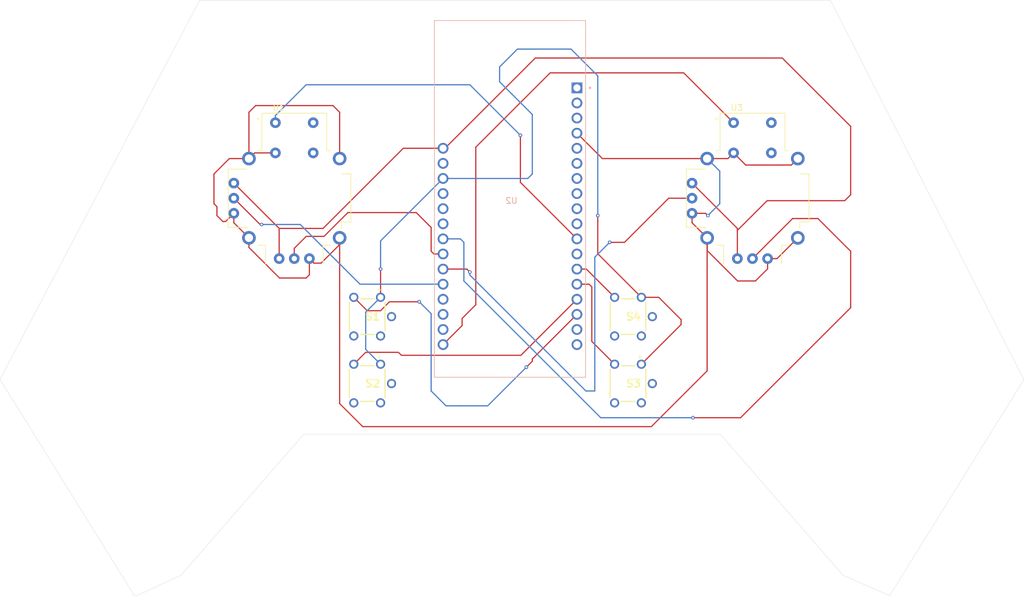
<source format=kicad_pcb>
(kicad_pcb (version 20241229) (generator "pcbnew") (generator_version "9.0")
  (layers (0 "F.Cu" signal) (2 "B.Cu" signal) (13 "F.Paste" user) (15 "B.Paste" user) (5 "F.SilkS" user "F.Silkscreen") (7 "B.SilkS" user "B.Silkscreen") (1 "F.Mask" user) (3 "B.Mask" user) (25 "Edge.Cuts" user))
  (net 0 "")
  (net 9 "Net-(S1-COM_1)")
  (net 12 "B1")
  (net 23 "B2")
  (net 32 "B3")
  (net 33 "B4")
  (net 37 "Net-(U1-H-)")
  (net 38 "Net-(U1-SEL+)")
  (net 39 "V1")
  (net 40 "Net-(U1-H+)")
  (net 41 "H1")
  (net 42 "V2")
  (net 43 "H2")
  (net 44 "Net-(U2-D10)")
  (footprint "Switches:FSM11JH" (layer "F.Cu") (at 134 112)
    (property "Reference" "S2" (at -1.33 3.25 0) (layer "F.SilkS") (effects (font (size 1.27 1.27) (thickness 0.254))))
    (property "Value" "FSM11JH" (hide yes))
    (fp_line (start -5.245 0.85) (end -5.245 5.65) (stroke (width 0.2)) (layer "F.SilkS"))
    (fp_line (start -3.42 0.255) (end -1.02 0.25) (stroke (width 0.2)) (layer "F.SilkS"))
    (fp_line (start -3.42 6.25) (end -1.02 6.25) (stroke (width 0.2)) (layer "F.SilkS"))
    (fp_line (start -0.3 -1.25) (end -0.3 -1.25) (stroke (width 0.2)) (layer "F.SilkS"))
    (fp_line (start -0.1 -1.25) (end -0.1 -1.25) (stroke (width 0.2)) (layer "F.SilkS"))
    (fp_line (start 0.745 0.85) (end 0.745 5.65) (stroke (width 0.2)) (layer "F.SilkS"))
    (fp_arc (start -0.3 -1.25) (mid -0.2 -1.35) (end -0.1 -1.25) (stroke (width 0.2)) (layer "F.SilkS"))
    (fp_arc (start -0.1 -1.25) (mid -0.2 -1.15) (end -0.3 -1.25) (stroke (width 0.2)) (layer "F.SilkS"))
    (pad "1" thru_hole circle (at 0 0) (size 1.54 1.54) (drill 0.99) (layers "*.Cu" "*.Mask") (net 9 "Net-(S1-COM_1)"))
    (pad "2" thru_hole circle (at 0 6.5) (size 1.54 1.54) (drill 0.99) (layers "*.Cu" "*.Mask"))
    (pad "3" thru_hole circle (at -4.5 0) (size 1.54 1.54) (drill 0.99) (layers "*.Cu" "*.Mask") (net 23 "B2"))
    (pad "4" thru_hole circle (at -4.5 6.5) (size 1.54 1.54) (drill 0.99) (layers "*.Cu" "*.Mask"))
    (pad "MH1" thru_hole circle (at 1.84 3.25) (size 1.54 1.54) (drill 0.99) (layers "*.Cu" "*.Mask"))
  )
  (footprint "Switches:FSM11JH" (layer "F.Cu") (at 134 100.75)
    (property "Reference" "S1" (at -1.33 3.25 0) (layer "F.SilkS") (effects (font (size 1.27 1.27) (thickness 0.254))))
    (property "Value" "FSM11JH" (hide yes))
    (fp_line (start -5.245 0.85) (end -5.245 5.65) (stroke (width 0.2)) (layer "F.SilkS"))
    (fp_line (start -3.42 0.255) (end -1.02 0.25) (stroke (width 0.2)) (layer "F.SilkS"))
    (fp_line (start -3.42 6.25) (end -1.02 6.25) (stroke (width 0.2)) (layer "F.SilkS"))
    (fp_line (start -0.3 -1.25) (end -0.3 -1.25) (stroke (width 0.2)) (layer "F.SilkS"))
    (fp_line (start -0.1 -1.25) (end -0.1 -1.25) (stroke (width 0.2)) (layer "F.SilkS"))
    (fp_line (start 0.745 0.85) (end 0.745 5.65) (stroke (width 0.2)) (layer "F.SilkS"))
    (fp_arc (start -0.3 -1.25) (mid -0.2 -1.35) (end -0.1 -1.25) (stroke (width 0.2)) (layer "F.SilkS"))
    (fp_arc (start -0.1 -1.25) (mid -0.2 -1.15) (end -0.3 -1.25) (stroke (width 0.2)) (layer "F.SilkS"))
    (pad "1" thru_hole circle (at 0 0) (size 1.54 1.54) (drill 0.99) (layers "*.Cu" "*.Mask") (net 9 "Net-(S1-COM_1)"))
    (pad "2" thru_hole circle (at 0 6.5) (size 1.54 1.54) (drill 0.99) (layers "*.Cu" "*.Mask"))
    (pad "3" thru_hole circle (at -4.5 0) (size 1.54 1.54) (drill 0.99) (layers "*.Cu" "*.Mask") (net 12 "B1"))
    (pad "4" thru_hole circle (at -4.5 6.5) (size 1.54 1.54) (drill 0.99) (layers "*.Cu" "*.Mask"))
    (pad "MH1" thru_hole circle (at 1.84 3.25) (size 1.54 1.54) (drill 0.99) (layers "*.Cu" "*.Mask"))
  )
  (footprint "Switches:FSM11JH" (layer "F.Cu") (at 177.83 112)
    (property "Reference" "S3" (at -1.33 3.25 0) (layer "F.SilkS") (effects (font (size 1.27 1.27) (thickness 0.254))))
    (property "Value" "FSM11JH" (hide yes))
    (fp_line (start -5.245 0.85) (end -5.245 5.65) (stroke (width 0.2)) (layer "F.SilkS"))
    (fp_line (start -3.42 0.255) (end -1.02 0.25) (stroke (width 0.2)) (layer "F.SilkS"))
    (fp_line (start -3.42 6.25) (end -1.02 6.25) (stroke (width 0.2)) (layer "F.SilkS"))
    (fp_line (start -0.3 -1.25) (end -0.3 -1.25) (stroke (width 0.2)) (layer "F.SilkS"))
    (fp_line (start -0.1 -1.25) (end -0.1 -1.25) (stroke (width 0.2)) (layer "F.SilkS"))
    (fp_line (start 0.745 0.85) (end 0.745 5.65) (stroke (width 0.2)) (layer "F.SilkS"))
    (fp_arc (start -0.3 -1.25) (mid -0.2 -1.35) (end -0.1 -1.25) (stroke (width 0.2)) (layer "F.SilkS"))
    (fp_arc (start -0.1 -1.25) (mid -0.2 -1.15) (end -0.3 -1.25) (stroke (width 0.2)) (layer "F.SilkS"))
    (pad "1" thru_hole circle (at 0 0) (size 1.54 1.54) (drill 0.99) (layers "*.Cu" "*.Mask") (net 9 "Net-(S1-COM_1)"))
    (pad "2" thru_hole circle (at 0 6.5) (size 1.54 1.54) (drill 0.99) (layers "*.Cu" "*.Mask"))
    (pad "3" thru_hole circle (at -4.5 0) (size 1.54 1.54) (drill 0.99) (layers "*.Cu" "*.Mask") (net 32 "B3"))
    (pad "4" thru_hole circle (at -4.5 6.5) (size 1.54 1.54) (drill 0.99) (layers "*.Cu" "*.Mask"))
    (pad "MH1" thru_hole circle (at 1.84 3.25) (size 1.54 1.54) (drill 0.99) (layers "*.Cu" "*.Mask"))
  )
  (footprint "joysticks:XDCR_COM-09032" (layer "F.Cu") (at 119.5 84.081281)
    (property "Reference" "U1" (at -2.625 -15.235 0) (layer "F.SilkS"))
    (property "Value" "COM-09032")
    (fp_line (start -11.1 -4.9) (end -7.95 -4.9) (stroke (width 0.127)) (layer "F.SilkS"))
    (fp_line (start -11.1 4.9) (end -11.1 -4.9) (stroke (width 0.127)) (layer "F.SilkS"))
    (fp_line (start -7.95 4.9) (end -11.1 4.9) (stroke (width 0.127)) (layer "F.SilkS"))
    (fp_line (start -7.95 5.17) (end -7.95 4.9) (stroke (width 0.127)) (layer "F.SilkS"))
    (fp_line (start -6.07 -8) (end -5.45 -8) (stroke (width 0.127)) (layer "F.SilkS"))
    (fp_line (start -5.45 -14.3) (end 5.45 -14.3) (stroke (width 0.127)) (layer "F.SilkS"))
    (fp_line (start -5.45 -8) (end -5.45 -14.3) (stroke (width 0.127)) (layer "F.SilkS"))
    (fp_line (start -4.85 7.9) (end -6.07 7.9) (stroke (width 0.127)) (layer "F.SilkS"))
    (fp_line (start -4.85 11.1) (end -4.85 7.9) (stroke (width 0.127)) (layer "F.SilkS"))
    (fp_line (start 4.85 7.9) (end 4.85 11.1) (stroke (width 0.127)) (layer "F.SilkS"))
    (fp_line (start 5.45 -14.3) (end 5.45 -8) (stroke (width 0.127)) (layer "F.SilkS"))
    (fp_line (start 5.45 -8) (end 6.08 -8) (stroke (width 0.127)) (layer "F.SilkS"))
    (fp_line (start 6.08 7.9) (end 4.85 7.9) (stroke (width 0.127)) (layer "F.SilkS"))
    (fp_line (start 7.95 -4.1) (end 9.5 -4.1) (stroke (width 0.127)) (layer "F.SilkS"))
    (fp_line (start 7.95 4) (end 7.95 5.12) (stroke (width 0.127)) (layer "F.SilkS"))
    (fp_line (start 9.5 -4.1) (end 9.5 4) (stroke (width 0.127)) (layer "F.SilkS"))
    (fp_line (start 9.5 4) (end 7.95 4) (stroke (width 0.127)) (layer "F.SilkS"))
    (fp_circle (center -6.05 -13.35) (end -5.95 -13.35) (stroke (width 0.2)) (fill no) (layer "F.SilkS"))
    (pad "B1A" thru_hole circle (at -3.175 -12.7) (size 1.778 1.778) (drill 0.9) (layers "*.Cu" "*.Mask") (net 38 "Net-(U1-SEL+)"))
    (pad "B1B" thru_hole circle (at 3.175 -12.7) (size 1.778 1.778) (drill 0.9) (layers "*.Cu" "*.Mask"))
    (pad "B2A" thru_hole circle (at -3.175 -7.62) (size 1.778 1.778) (drill 0.9) (layers "*.Cu" "*.Mask") (net 37 "Net-(U1-H-)"))
    (pad "B2B" thru_hole circle (at 3.175 -7.62) (size 1.778 1.778) (drill 0.9) (layers "*.Cu" "*.Mask"))
    (pad "H1" thru_hole circle (at -2.54 10.16) (size 1.778 1.778) (drill 0.889) (layers "*.Cu" "*.Mask") (net 40 "Net-(U1-H+)"))
    (pad "H2" thru_hole circle (at 0 10.16) (size 1.778 1.778) (drill 0.889) (layers "*.Cu" "*.Mask") (net 41 "H1"))
    (pad "H3" thru_hole circle (at 2.54 10.16) (size 1.778 1.778) (drill 0.889) (layers "*.Cu" "*.Mask") (net 37 "Net-(U1-H-)"))
    (pad "S1" thru_hole circle (at -7.62 -6.6675) (size 2.286 2.286) (drill 1.397) (layers "*.Cu" "*.Mask") (net 37 "Net-(U1-H-)"))
    (pad "S2" thru_hole circle (at -7.62 6.6675) (size 2.286 2.286) (drill 1.397) (layers "*.Cu" "*.Mask") (net 37 "Net-(U1-H-)"))
    (pad "S3" thru_hole circle (at 7.62 6.6675) (size 2.286 2.286) (drill 1.397) (layers "*.Cu" "*.Mask") (net 37 "Net-(U1-H-)"))
    (pad "S4" thru_hole circle (at 7.62 -6.6675) (size 2.286 2.286) (drill 1.397) (layers "*.Cu" "*.Mask") (net 37 "Net-(U1-H-)"))
    (pad "V1" thru_hole circle (at -10.16 -2.54) (size 1.778 1.778) (drill 0.889) (layers "*.Cu" "*.Mask") (net 40 "Net-(U1-H+)"))
    (pad "V2" thru_hole circle (at -10.16 0) (size 1.778 1.778) (drill 0.889) (layers "*.Cu" "*.Mask") (net 39 "V1"))
    (pad "V3" thru_hole circle (at -10.16 2.54) (size 1.778 1.778) (drill 0.889) (layers "*.Cu" "*.Mask") (net 37 "Net-(U1-H-)"))
  )
  (footprint "Switches:FSM11JH" (layer "F.Cu") (at 177.83 100.75)
    (property "Reference" "S4" (at -1.33 3.25 0) (layer "F.SilkS") (effects (font (size 1.27 1.27) (thickness 0.254))))
    (property "Value" "FSM11JH" (hide yes))
    (fp_line (start -5.245 0.85) (end -5.245 5.65) (stroke (width 0.2)) (layer "F.SilkS"))
    (fp_line (start -3.42 0.255) (end -1.02 0.25) (stroke (width 0.2)) (layer "F.SilkS"))
    (fp_line (start -3.42 6.25) (end -1.02 6.25) (stroke (width 0.2)) (layer "F.SilkS"))
    (fp_line (start -0.3 -1.25) (end -0.3 -1.25) (stroke (width 0.2)) (layer "F.SilkS"))
    (fp_line (start -0.1 -1.25) (end -0.1 -1.25) (stroke (width 0.2)) (layer "F.SilkS"))
    (fp_line (start 0.745 0.85) (end 0.745 5.65) (stroke (width 0.2)) (layer "F.SilkS"))
    (fp_arc (start -0.3 -1.25) (mid -0.2 -1.35) (end -0.1 -1.25) (stroke (width 0.2)) (layer "F.SilkS"))
    (fp_arc (start -0.1 -1.25) (mid -0.2 -1.15) (end -0.3 -1.25) (stroke (width 0.2)) (layer "F.SilkS"))
    (pad "1" thru_hole circle (at 0 0) (size 1.54 1.54) (drill 0.99) (layers "*.Cu" "*.Mask") (net 9 "Net-(S1-COM_1)"))
    (pad "2" thru_hole circle (at 0 6.5) (size 1.54 1.54) (drill 0.99) (layers "*.Cu" "*.Mask"))
    (pad "3" thru_hole circle (at -4.5 0) (size 1.54 1.54) (drill 0.99) (layers "*.Cu" "*.Mask") (net 33 "B4"))
    (pad "4" thru_hole circle (at -4.5 6.5) (size 1.54 1.54) (drill 0.99) (layers "*.Cu" "*.Mask"))
    (pad "MH1" thru_hole circle (at 1.84 3.25) (size 1.54 1.54) (drill 0.99) (layers "*.Cu" "*.Mask"))
  )
  (footprint "joysticks:XDCR_COM-09032" (layer "F.Cu") (at 196.5 84.081281)
    (property "Reference" "U3" (at -2.625 -15.235 0) (layer "F.SilkS"))
    (property "Value" "COM-09032")
    (fp_line (start -11.1 -4.9) (end -7.95 -4.9) (stroke (width 0.127)) (layer "F.SilkS"))
    (fp_line (start -11.1 4.9) (end -11.1 -4.9) (stroke (width 0.127)) (layer "F.SilkS"))
    (fp_line (start -7.95 4.9) (end -11.1 4.9) (stroke (width 0.127)) (layer "F.SilkS"))
    (fp_line (start -7.95 5.17) (end -7.95 4.9) (stroke (width 0.127)) (layer "F.SilkS"))
    (fp_line (start -6.07 -8) (end -5.45 -8) (stroke (width 0.127)) (layer "F.SilkS"))
    (fp_line (start -5.45 -14.3) (end 5.45 -14.3) (stroke (width 0.127)) (layer "F.SilkS"))
    (fp_line (start -5.45 -8) (end -5.45 -14.3) (stroke (width 0.127)) (layer "F.SilkS"))
    (fp_line (start -4.85 7.9) (end -6.07 7.9) (stroke (width 0.127)) (layer "F.SilkS"))
    (fp_line (start -4.85 11.1) (end -4.85 7.9) (stroke (width 0.127)) (layer "F.SilkS"))
    (fp_line (start 4.85 7.9) (end 4.85 11.1) (stroke (width 0.127)) (layer "F.SilkS"))
    (fp_line (start 5.45 -14.3) (end 5.45 -8) (stroke (width 0.127)) (layer "F.SilkS"))
    (fp_line (start 5.45 -8) (end 6.08 -8) (stroke (width 0.127)) (layer "F.SilkS"))
    (fp_line (start 6.08 7.9) (end 4.85 7.9) (stroke (width 0.127)) (layer "F.SilkS"))
    (fp_line (start 7.95 -4.1) (end 9.5 -4.1) (stroke (width 0.127)) (layer "F.SilkS"))
    (fp_line (start 7.95 4) (end 7.95 5.12) (stroke (width 0.127)) (layer "F.SilkS"))
    (fp_line (start 9.5 -4.1) (end 9.5 4) (stroke (width 0.127)) (layer "F.SilkS"))
    (fp_line (start 9.5 4) (end 7.95 4) (stroke (width 0.127)) (layer "F.SilkS"))
    (fp_circle (center -6.05 -13.35) (end -5.95 -13.35) (stroke (width 0.2)) (fill no) (layer "F.SilkS"))
    (pad "B1A" thru_hole circle (at -3.175 -12.7) (size 1.778 1.778) (drill 0.9) (layers "*.Cu" "*.Mask") (net 44 "Net-(U2-D10)"))
    (pad "B1B" thru_hole circle (at 3.175 -12.7) (size 1.778 1.778) (drill 0.9) (layers "*.Cu" "*.Mask"))
    (pad "B2A" thru_hole circle (at -3.175 -7.62) (size 1.778 1.778) (drill 0.9) (layers "*.Cu" "*.Mask") (net 37 "Net-(U1-H-)"))
    (pad "B2B" thru_hole circle (at 3.175 -7.62) (size 1.778 1.778) (drill 0.9) (layers "*.Cu" "*.Mask"))
    (pad "H1" thru_hole circle (at -2.54 10.16) (size 1.778 1.778) (drill 0.889) (layers "*.Cu" "*.Mask") (net 40 "Net-(U1-H+)"))
    (pad "H2" thru_hole circle (at 0 10.16) (size 1.778 1.778) (drill 0.889) (layers "*.Cu" "*.Mask") (net 43 "H2"))
    (pad "H3" thru_hole circle (at 2.54 10.16) (size 1.778 1.778) (drill 0.889) (layers "*.Cu" "*.Mask") (net 37 "Net-(U1-H-)"))
    (pad "S1" thru_hole circle (at -7.62 -6.6675) (size 2.286 2.286) (drill 1.397) (layers "*.Cu" "*.Mask") (net 37 "Net-(U1-H-)"))
    (pad "S2" thru_hole circle (at -7.62 6.6675) (size 2.286 2.286) (drill 1.397) (layers "*.Cu" "*.Mask") (net 37 "Net-(U1-H-)"))
    (pad "S3" thru_hole circle (at 7.62 6.6675) (size 2.286 2.286) (drill 1.397) (layers "*.Cu" "*.Mask") (net 37 "Net-(U1-H-)"))
    (pad "S4" thru_hole circle (at 7.62 -6.6675) (size 2.286 2.286) (drill 1.397) (layers "*.Cu" "*.Mask") (net 37 "Net-(U1-H-)"))
    (pad "V1" thru_hole circle (at -10.16 -2.54) (size 1.778 1.778) (drill 0.889) (layers "*.Cu" "*.Mask") (net 40 "Net-(U1-H+)"))
    (pad "V2" thru_hole circle (at -10.16 0) (size 1.778 1.778) (drill 0.889) (layers "*.Cu" "*.Mask") (net 42 "V2"))
    (pad "V3" thru_hole circle (at -10.16 2.54) (size 1.778 1.778) (drill 0.889) (layers "*.Cu" "*.Mask") (net 37 "Net-(U1-H-)"))
  )
  (footprint "ESP32:MODULE_DFR0654" (layer "B.Cu") (at 155.75 84.2 180)
    (property "Reference" "U2" (at -0.25 -0.3 0) (layer "B.SilkS") (effects (justify mirror)))
    (property "Value" "DFR0654")
    (fp_line (start 12.7 30) (end 12.7 -30) (stroke (width 0.127)) (layer "B.SilkS"))
    (fp_line (start 12.7 30) (end -12.7 30) (stroke (width 0.127)) (layer "B.SilkS"))
    (fp_line (start 12.7 -30) (end -12.7 -30) (stroke (width 0.127)) (layer "B.SilkS"))
    (fp_line (start -12.7 30) (end -12.7 -30) (stroke (width 0.127)) (layer "B.SilkS"))
    (fp_circle (center -13.45 18.68) (end -13.35 18.68) (stroke (width 0.2)) (fill no) (layer "B.SilkS"))
    (pad "" np_thru_hole circle (at -11.1 -28.4 180) (size 2 2) (drill 2) (layers "*.Cu" "*.Mask"))
    (pad "" np_thru_hole circle (at -11.1 28.4 180) (size 2 2) (drill 2) (layers "*.Cu" "*.Mask"))
    (pad "" np_thru_hole circle (at 11.1 -28.4 180) (size 2 2) (drill 2) (layers "*.Cu" "*.Mask"))
    (pad "" np_thru_hole circle (at 11.1 28.4 180) (size 2 2) (drill 2) (layers "*.Cu" "*.Mask"))
    (pad "1" thru_hole rect (at -11.25 18.68 180) (size 1.8 1.8) (drill 1.2) (layers "*.Cu" "*.Mask"))
    (pad "2" thru_hole circle (at -11.25 16.14 180) (size 1.8 1.8) (drill 1.2) (layers "*.Cu" "*.Mask"))
    (pad "3" thru_hole circle (at -11.25 13.6 180) (size 1.8 1.8) (drill 1.2) (layers "*.Cu" "*.Mask"))
    (pad "4" thru_hole circle (at -11.25 11.06 180) (size 1.8 1.8) (drill 1.2) (layers "*.Cu" "*.Mask") (net 37 "Net-(U1-H-)"))
    (pad "5" thru_hole circle (at -11.25 8.52 180) (size 1.8 1.8) (drill 1.2) (layers "*.Cu" "*.Mask"))
    (pad "6" thru_hole circle (at -11.25 5.98 180) (size 1.8 1.8) (drill 1.2) (layers "*.Cu" "*.Mask"))
    (pad "7" thru_hole circle (at -11.25 3.44 180) (size 1.8 1.8) (drill 1.2) (layers "*.Cu" "*.Mask"))
    (pad "8" thru_hole circle (at -11.25 0.9 180) (size 1.8 1.8) (drill 1.2) (layers "*.Cu" "*.Mask"))
    (pad "9" thru_hole circle (at -11.25 -1.64 180) (size 1.8 1.8) (drill 1.2) (layers "*.Cu" "*.Mask"))
    (pad "10" thru_hole circle (at -11.25 -4.18 180) (size 1.8 1.8) (drill 1.2) (layers "*.Cu" "*.Mask"))
    (pad "11" thru_hole circle (at -11.25 -6.72 180) (size 1.8 1.8) (drill 1.2) (layers "*.Cu" "*.Mask") (net 38 "Net-(U1-SEL+)"))
    (pad "12" thru_hole circle (at -11.25 -9.26 180) (size 1.8 1.8) (drill 1.2) (layers "*.Cu" "*.Mask"))
    (pad "13" thru_hole circle (at -11.25 -11.8 180) (size 1.8 1.8) (drill 1.2) (layers "*.Cu" "*.Mask") (net 33 "B4"))
    (pad "14" thru_hole circle (at -11.25 -14.34 180) (size 1.8 1.8) (drill 1.2) (layers "*.Cu" "*.Mask") (net 32 "B3"))
    (pad "15" thru_hole circle (at -11.25 -16.88 180) (size 1.8 1.8) (drill 1.2) (layers "*.Cu" "*.Mask") (net 23 "B2"))
    (pad "16" thru_hole circle (at -11.25 -19.42 180) (size 1.8 1.8) (drill 1.2) (layers "*.Cu" "*.Mask") (net 12 "B1"))
    (pad "17" thru_hole circle (at -11.25 -21.96 180) (size 1.8 1.8) (drill 1.2) (layers "*.Cu" "*.Mask"))
    (pad "18" thru_hole circle (at -11.25 -24.5 180) (size 1.8 1.8) (drill 1.2) (layers "*.Cu" "*.Mask"))
    (pad "19" thru_hole circle (at 11.25 -24.5 180) (size 1.8 1.8) (drill 1.2) (layers "*.Cu" "*.Mask") (net 44 "Net-(U2-D10)"))
    (pad "20" thru_hole circle (at 11.25 -21.96 180) (size 1.8 1.8) (drill 1.2) (layers "*.Cu" "*.Mask"))
    (pad "21" thru_hole circle (at 11.25 -19.42 180) (size 1.8 1.8) (drill 1.2) (layers "*.Cu" "*.Mask"))
    (pad "22" thru_hole circle (at 11.25 -16.88 180) (size 1.8 1.8) (drill 1.2) (layers "*.Cu" "*.Mask"))
    (pad "23" thru_hole circle (at 11.25 -14.34 180) (size 1.8 1.8) (drill 1.2) (layers "*.Cu" "*.Mask") (net 39 "V1"))
    (pad "24" thru_hole circle (at 11.25 -11.8 180) (size 1.8 1.8) (drill 1.2) (layers "*.Cu" "*.Mask") (net 42 "V2"))
    (pad "25" thru_hole circle (at 11.25 -9.26 180) (size 1.8 1.8) (drill 1.2) (layers "*.Cu" "*.Mask") (net 41 "H1"))
    (pad "26" thru_hole circle (at 11.25 -6.72 180) (size 1.8 1.8) (drill 1.2) (layers "*.Cu" "*.Mask") (net 43 "H2"))
    (pad "27" thru_hole circle (at 11.25 -4.18 180) (size 1.8 1.8) (drill 1.2) (layers "*.Cu" "*.Mask"))
    (pad "28" thru_hole circle (at 11.25 -1.64 180) (size 1.8 1.8) (drill 1.2) (layers "*.Cu" "*.Mask"))
    (pad "29" thru_hole circle (at 11.25 0.9 180) (size 1.8 1.8) (drill 1.2) (layers "*.Cu" "*.Mask"))
    (pad "30" thru_hole circle (at 11.25 3.44 180) (size 1.8 1.8) (drill 1.2) (layers "*.Cu" "*.Mask") (net 9 "Net-(S1-COM_1)"))
    (pad "31" thru_hole circle (at 11.25 5.98 180) (size 1.8 1.8) (drill 1.2) (layers "*.Cu" "*.Mask"))
    (pad "32" thru_hole circle (at 11.25 8.52 180) (size 1.8 1.8) (drill 1.2) (layers "*.Cu" "*.Mask") (net 40 "Net-(U1-H+)"))
  )
  (gr_line (start 70.069747 114.587693) (end 70.069747 114.5) (stroke (width 0.05)) (layer "Edge.Cuts"))
  (gr_line (start 92.628494 150.937535) (end 93 150.937535) (stroke (width 0.05)) (layer "Edge.Cuts"))
  (gr_line (start 103.613103 50.76799) (end 209.587509 50.76799) (stroke (width 0.05)) (layer "Edge.Cuts"))
  (gr_line (start 191.087509 123.76799) (end 211.715801 147.498125) (stroke (width 0.05)) (layer "Edge.Cuts"))
  (gr_circle (center 96.624517 151.499999) (end 96.634517 151.499999) (stroke (width 0.0001)) (fill yes) (layer "Edge.Cuts"))
  (gr_circle (center 190.242642 124.330454) (end 190.252642 124.330454) (stroke (width 0.0001)) (fill yes) (layer "Edge.Cuts"))
  (gr_line (start 100.459217 147.498125) (end 93 150.937535) (stroke (width 0.05)) (layer "Edge.Cuts"))
  (gr_line (start 209.587509 50.76799) (end 242.105294 114.587742) (stroke (width 0.05)) (layer "Edge.Cuts"))
  (gr_line (start 70.069747 114.5) (end 103.613103 50.76799) (stroke (width 0.05)) (layer "Edge.Cuts"))
  (gr_line (start 92.628494 150.937535) (end 70.069747 114.587693) (stroke (width 0.05)) (layer "Edge.Cuts"))
  (gr_line (start 219.546503 150.935923) (end 211.715801 147.498125) (stroke (width 0.05)) (layer "Edge.Cuts"))
  (gr_line (start 190.252642 124.330454) (end 190.242642 124.330454) (stroke (width 0.0001)) (layer "Edge.Cuts"))
  (gr_circle (center 155.242642 51.330454) (end 155.252642 51.330454) (stroke (width 0.0001)) (fill yes) (layer "Edge.Cuts"))
  (gr_line (start 242.105294 114.587742) (end 219.546503 150.935923) (stroke (width 0.05)) (layer "Edge.Cuts"))
  (gr_circle (center 213.860767 151.499999) (end 213.870767 151.499999) (stroke (width 0.0001)) (fill yes) (layer "Edge.Cuts"))
  (gr_line (start 121.097509 123.76799) (end 191.087509 123.76799) (stroke (width 0.05)) (layer "Edge.Cuts"))
  (gr_line (start 100.459217 147.498125) (end 121.097509 123.76799) (stroke (width 0.05)) (layer "Edge.Cuts"))
  (segment (start 134 96) (end 134 100.75) (width 0.2) (layer "F.Cu") (net 9))
  (segment (start 177.83 100.75) (end 180.75 100.75) (width 0.2) (layer "F.Cu") (net 9))
  (segment (start 177.83 100.75) (end 170.5 93.42) (width 0.2) (layer "F.Cu") (net 9))
  (segment (start 170.5 88) (end 170.5 87) (width 0.2) (layer "F.Cu") (net 9))
  (segment (start 184.5 104.5) (end 184.5 105.33) (width 0.2) (layer "F.Cu") (net 9))
  (segment (start 170.5 93.42) (end 170.5 88) (width 0.2) (layer "F.Cu") (net 9))
  (segment (start 180.75 100.75) (end 184.5 104.5) (width 0.2) (layer "F.Cu") (net 9))
  (segment (start 184.5 105.33) (end 177.83 112) (width 0.2) (layer "F.Cu") (net 9))
  (via (at 170.5 87) (size 0.6) (drill 0.3) (layers "F.Cu" "B.Cu") (net 9))
  (via (at 134 96) (size 0.6) (drill 0.3) (layers "F.Cu" "B.Cu") (net 9))
  (segment (start 134 100.75) (end 131.5 103.25) (width 0.2) (layer "B.Cu") (net 9))
  (segment (start 157 59) (end 154 62) (width 0.2) (layer "B.Cu") (net 9))
  (segment (start 134 91.26) (end 134 96) (width 0.2) (layer "B.Cu") (net 9))
  (segment (start 166 59) (end 157 59) (width 0.2) (layer "B.Cu") (net 9))
  (segment (start 159.5 70) (end 159.5 80) (width 0.2) (layer "B.Cu") (net 9))
  (segment (start 154 62) (end 154 64.5) (width 0.2) (layer "B.Cu") (net 9))
  (segment (start 131.5 103.25) (end 131.5 109.5) (width 0.2) (layer "B.Cu") (net 9))
  (segment (start 170.5 87) (end 170.5 63.5) (width 0.2) (layer "B.Cu") (net 9))
  (segment (start 144.5 80.76) (end 134 91.26) (width 0.2) (layer "B.Cu") (net 9))
  (segment (start 159.5 80) (end 158.74 80.76) (width 0.2) (layer "B.Cu") (net 9))
  (segment (start 158.74 80.76) (end 144.5 80.76) (width 0.2) (layer "B.Cu") (net 9))
  (segment (start 170.5 63.5) (end 166 59) (width 0.2) (layer "B.Cu") (net 9))
  (segment (start 154 64.5) (end 159.5 70) (width 0.2) (layer "B.Cu") (net 9))
  (segment (start 131.5 109.5) (end 134 112) (width 0.2) (layer "B.Cu") (net 9))
  (segment (start 159.5 111.5) (end 159.5 111.12) (width 0.2) (layer "F.Cu") (net 12))
  (segment (start 159.5 111.12) (end 167 103.62) (width 0.2) (layer "F.Cu") (net 12))
  (segment (start 131.75 103) (end 134 103) (width 0.2) (layer "F.Cu") (net 12))
  (segment (start 135.5 101.5) (end 140.5 101.5) (width 0.2) (layer "F.Cu") (net 12))
  (segment (start 129.5 100.75) (end 131.75 103) (width 0.2) (layer "F.Cu") (net 12))
  (segment (start 158.5 112.5) (end 159.5 111.5) (width 0.2) (layer "F.Cu") (net 12))
  (segment (start 134 103) (end 135.5 101.5) (width 0.2) (layer "F.Cu") (net 12))
  (via (at 140.5 101.5) (size 0.6) (drill 0.3) (layers "F.Cu" "B.Cu") (net 12))
  (via (at 158.5 112.5) (size 0.6) (drill 0.3) (layers "F.Cu" "B.Cu") (net 12))
  (segment (start 142.5 103.5) (end 142.5 116.5) (width 0.2) (layer "B.Cu") (net 12))
  (segment (start 147.5 119) (end 152 119) (width 0.2) (layer "B.Cu") (net 12))
  (segment (start 142 103) (end 142.5 103.5) (width 0.2) (layer "B.Cu") (net 12))
  (segment (start 145 119) (end 147.5 119) (width 0.2) (layer "B.Cu") (net 12))
  (segment (start 142.5 116.5) (end 145 119) (width 0.2) (layer "B.Cu") (net 12))
  (segment (start 140.5 101.5) (end 142 103) (width 0.2) (layer "B.Cu") (net 12))
  (segment (start 152 119) (end 158.5 112.5) (width 0.2) (layer "B.Cu") (net 12))
  (segment (start 157.58 110.5) (end 167 101.08) (width 0.2) (layer "F.Cu") (net 23))
  (segment (start 137 110) (end 137.5 110.5) (width 0.2) (layer "F.Cu") (net 23))
  (segment (start 131.5 110) (end 137 110) (width 0.2) (layer "F.Cu") (net 23))
  (segment (start 137.5 110.5) (end 157.58 110.5) (width 0.2) (layer "F.Cu") (net 23))
  (segment (start 129.5 112) (end 131.5 110) (width 0.2) (layer "F.Cu") (net 23))
  (segment (start 169.04 98.54) (end 167 98.54) (width 0.2) (layer "F.Cu") (net 32))
  (segment (start 173.33 112) (end 169.5 108.17) (width 0.2) (layer "F.Cu") (net 32))
  (segment (start 169.5 99) (end 169.04 98.54) (width 0.2) (layer "F.Cu") (net 32))
  (segment (start 169.5 108.17) (end 169.5 99) (width 0.2) (layer "F.Cu") (net 32))
  (segment (start 173.33 100.75) (end 168.58 96) (width 0.2) (layer "F.Cu") (net 33))
  (segment (start 168.58 96) (end 167 96) (width 0.2) (layer "F.Cu") (net 33))
  (segment (start 186.34 88.208781) (end 186.34 86.621281) (width 0.2) (layer "F.Cu") (net 37))
  (segment (start 111.88 77.413781) (end 111.88 69.62) (width 0.2) (layer "F.Cu") (net 37))
  (segment (start 107.961281 88) (end 109.34 86.621281) (width 0.2) (layer "F.Cu") (net 37))
  (segment (start 122.04 96.96) (end 121.5 97.5) (width 0.2) (layer "F.Cu") (net 37))
  (segment (start 179.5 122.5) (end 188.88 113.12) (width 0.2) (layer "F.Cu") (net 37))
  (segment (start 109.34 88.208781) (end 109.34 86.621281) (width 0.2) (layer "F.Cu") (net 37))
  (segment (start 188.88 77.413781) (end 192.3725 77.413781) (width 0.2) (layer "F.Cu") (net 37))
  (segment (start 113 68.5) (end 126 68.5) (width 0.2) (layer "F.Cu") (net 37))
  (segment (start 188.88 90.748781) (end 186.34 88.208781) (width 0.2) (layer "F.Cu") (net 37))
  (segment (start 194 98) (end 197 98) (width 0.2) (layer "F.Cu") (net 37))
  (segment (start 199.04 94.241281) (end 200.6275 94.241281) (width 0.2) (layer "F.Cu") (net 37))
  (segment (start 199.04 95.96) (end 199.04 94.241281) (width 0.2) (layer "F.Cu") (net 37))
  (segment (start 188.88 77.413781) (end 171.273781 77.413781) (width 0.2) (layer "F.Cu") (net 37))
  (segment (start 124 95) (end 122.798719 95) (width 0.2) (layer "F.Cu") (net 37))
  (segment (start 197 98) (end 199.04 95.96) (width 0.2) (layer "F.Cu") (net 37))
  (segment (start 116.325 76.461281) (end 112.8325 76.461281) (width 0.2) (layer "F.Cu") (net 37))
  (segment (start 121.5 97.5) (end 117.014773 97.5) (width 0.2) (layer "F.Cu") (net 37))
  (segment (start 193.325 76.461281) (end 195.363719 78.5) (width 0.2) (layer "F.Cu") (net 37))
  (segment (start 127.12 90.748781) (end 127.12 91.88) (width 0.2) (layer "F.Cu") (net 37))
  (segment (start 186.34 86.621281) (end 188.621281 86.621281) (width 0.2) (layer "F.Cu") (net 37))
  (segment (start 122.798719 95) (end 122.04 94.241281) (width 0.2) (layer "F.Cu") (net 37))
  (segment (start 171.273781 77.413781) (end 167 73.14) (width 0.2) (layer "F.Cu") (net 37))
  (segment (start 195.363719 78.5) (end 203.033781 78.5) (width 0.2) (layer "F.Cu") (net 37))
  (segment (start 108.586219 77.413781) (end 111.88 77.413781) (width 0.2) (layer "F.Cu") (net 37))
  (segment (start 107.5 88) (end 107.961281 88) (width 0.2) (layer "F.Cu") (net 37))
  (segment (start 127.12 118.62) (end 131 122.5) (width 0.2) (layer "F.Cu") (net 37))
  (segment (start 127.12 69.62) (end 127.12 77.413781) (width 0.2) (layer "F.Cu") (net 37))
  (segment (start 106.5 87) (end 107.5 88) (width 0.2) (layer "F.Cu") (net 37))
  (segment (start 122.04 94.241281) (end 122.04 96.96) (width 0.2) (layer "F.Cu") (net 37))
  (segment (start 117.014773 97.5) (end 111.88 92.365227) (width 0.2) (layer "F.Cu") (net 37))
  (segment (start 127.12 90.748781) (end 127.12 118.62) (width 0.2) (layer "F.Cu") (net 37))
  (segment (start 111.88 92.365227) (end 111.88 90.748781) (width 0.2) (layer "F.Cu") (net 37))
  (segment (start 188.621281 86.621281) (end 189 87) (width 0.2) (layer "F.Cu") (net 37))
  (segment (start 106 85) (end 106 80) (width 0.2) (layer "F.Cu") (net 37))
  (segment (start 203.033781 78.5) (end 204.12 77.413781) (width 0.2) (layer "F.Cu") (net 37))
  (segment (start 200.6275 94.241281) (end 204.12 90.748781) (width 0.2) (layer "F.Cu") (net 37))
  (segment (start 192.3725 77.413781) (end 193.325 76.461281) (width 0.2) (layer "F.Cu") (net 37))
  (segment (start 112.8325 76.461281) (end 111.88 77.413781) (width 0.2) (layer "F.Cu") (net 37))
  (segment (start 111.88 69.62) (end 113 68.5) (width 0.2) (layer "F.Cu") (net 37))
  (segment (start 188.88 90.748781) (end 188.88 92.88) (width 0.2) (layer "F.Cu") (net 37))
  (segment (start 188.88 92.88) (end 194 98) (width 0.2) (layer "F.Cu") (net 37))
  (segment (start 106 80) (end 108.586219 77.413781) (width 0.2) (layer "F.Cu") (net 37))
  (segment (start 106.5 87) (end 106.5 85.5) (width 0.2) (layer "F.Cu") (net 37))
  (segment (start 126 68.5) (end 127.12 69.62) (width 0.2) (layer "F.Cu") (net 37))
  (segment (start 106.5 85.5) (end 106 85) (width 0.2) (layer "F.Cu") (net 37))
  (segment (start 188.88 113.12) (end 188.88 90.748781) (width 0.2) (layer "F.Cu") (net 37))
  (segment (start 111.88 90.748781) (end 109.34 88.208781) (width 0.2) (layer "F.Cu") (net 37))
  (segment (start 127.12 91.88) (end 124 95) (width 0.2) (layer "F.Cu") (net 37))
  (segment (start 131 122.5) (end 179.5 122.5) (width 0.2) (layer "F.Cu") (net 37))
  (via (at 189 87) (size 0.6) (drill 0.3) (layers "F.Cu" "B.Cu") (net 37))
  (segment (start 189 87) (end 191 85) (width 0.2) (layer "B.Cu") (net 37))
  (segment (start 191 85) (end 191 79.533781) (width 0.2) (layer "B.Cu") (net 37))
  (segment (start 191 79.533781) (end 188.88 77.413781) (width 0.2) (layer "B.Cu") (net 37))
  (segment (start 167 90.92) (end 157.5 81.42) (width 0.2) (layer "F.Cu") (net 38))
  (segment (start 157.5 81.42) (end 157.5 73.5) (width 0.2) (layer "F.Cu") (net 38))
  (via (at 157.5 73.5) (size 0.6) (drill 0.3) (layers "F.Cu" "B.Cu") (net 38))
  (segment (start 116.325 70.175) (end 116.325 71.381281) (width 0.2) (layer "B.Cu") (net 38))
  (segment (start 149 65) (end 121.5 65) (width 0.2) (layer "B.Cu") (net 38))
  (segment (start 157.5 73.5) (end 149 65) (width 0.2) (layer "B.Cu") (net 38))
  (segment (start 121.5 65) (end 116.325 70.175) (width 0.2) (layer "B.Cu") (net 38))
  (segment (start 113.758719 88.5) (end 114 88.5) (width 0.2) (layer "F.Cu") (net 39))
  (segment (start 109.34 84.081281) (end 113.758719 88.5) (width 0.2) (layer "F.Cu") (net 39))
  (via (at 114 88.5) (size 0.6) (drill 0.3) (layers "F.Cu" "B.Cu") (net 39))
  (segment (start 114 88.5) (end 120.5 88.5) (width 0.2) (layer "B.Cu") (net 39))
  (segment (start 130.54 98.54) (end 144.5 98.54) (width 0.2) (layer "B.Cu") (net 39))
  (segment (start 120.5 88.5) (end 130.54 98.54) (width 0.2) (layer "B.Cu") (net 39))
  (segment (start 213 72) (end 213 83.5) (width 0.2) (layer "F.Cu") (net 40))
  (segment (start 144.82 75.68) (end 160 60.5) (width 0.2) (layer "F.Cu") (net 40))
  (segment (start 137.82 75.68) (end 144.5 75.68) (width 0.2) (layer "F.Cu") (net 40))
  (segment (start 213 83.5) (end 212 84.5) (width 0.2) (layer "F.Cu") (net 40))
  (segment (start 193.96 89.5) (end 193.96 89.161281) (width 0.2) (layer "F.Cu") (net 40))
  (segment (start 212 84.5) (end 198.96 84.5) (width 0.2) (layer "F.Cu") (net 40))
  (segment (start 193.96 89.161281) (end 186.34 81.541281) (width 0.2) (layer "F.Cu") (net 40))
  (segment (start 160 60.5) (end 201.5 60.5) (width 0.2) (layer "F.Cu") (net 40))
  (segment (start 109.34 81.541281) (end 116.96 89.161281) (width 0.2) (layer "F.Cu") (net 40))
  (segment (start 144.5 75.68) (end 144.82 75.68) (width 0.2) (layer "F.Cu") (net 40))
  (segment (start 124.338719 89.161281) (end 137.82 75.68) (width 0.2) (layer "F.Cu") (net 40))
  (segment (start 201.5 60.5) (end 213 72) (width 0.2) (layer "F.Cu") (net 40))
  (segment (start 198.96 84.5) (end 193.96 89.5) (width 0.2) (layer "F.Cu") (net 40))
  (segment (start 193.96 94.241281) (end 193.96 89.5) (width 0.2) (layer "F.Cu") (net 40))
  (segment (start 116.96 89.161281) (end 116.96 94.241281) (width 0.2) (layer "F.Cu") (net 40))
  (segment (start 116.96 89.161281) (end 124.338719 89.161281) (width 0.2) (layer "F.Cu") (net 40))
  (segment (start 119.5 94.241281) (end 119.5 92.5) (width 0.2) (layer "F.Cu") (net 41))
  (segment (start 142.5 93) (end 142.96 93.46) (width 0.2) (layer "F.Cu") (net 41))
  (segment (start 128.5 86.5) (end 140 86.5) (width 0.2) (layer "F.Cu") (net 41))
  (segment (start 140 86.5) (end 142.5 89) (width 0.2) (layer "F.Cu") (net 41))
  (segment (start 124.5 90.5) (end 128.5 86.5) (width 0.2) (layer "F.Cu") (net 41))
  (segment (start 120.5 91.5) (end 121.5 90.5) (width 0.2) (layer "F.Cu") (net 41))
  (segment (start 124 90.5) (end 124.5 90.5) (width 0.2) (layer "F.Cu") (net 41))
  (segment (start 142.96 93.46) (end 144.5 93.46) (width 0.2) (layer "F.Cu") (net 41))
  (segment (start 142.5 89) (end 142.5 93) (width 0.2) (layer "F.Cu") (net 41))
  (segment (start 119.5 92.5) (end 120.5 91.5) (width 0.2) (layer "F.Cu") (net 41))
  (segment (start 121.5 90.5) (end 124 90.5) (width 0.2) (layer "F.Cu") (net 41))
  (segment (start 175 91.5) (end 172.5 91.5) (width 0.2) (layer "F.Cu") (net 42))
  (segment (start 186.34 84.081281) (end 182.418719 84.081281) (width 0.2) (layer "F.Cu") (net 42))
  (segment (start 149 96.5) (end 148.5 96) (width 0.2) (layer "F.Cu") (net 42))
  (segment (start 148.5 96) (end 144.5 96) (width 0.2) (layer "F.Cu") (net 42))
  (segment (start 182.418719 84.081281) (end 175 91.5) (width 0.2) (layer "F.Cu") (net 42))
  (via (at 149 96.5) (size 0.6) (drill 0.3) (layers "F.Cu" "B.Cu") (net 42))
  (via (at 172.5 91.5) (size 0.6) (drill 0.3) (layers "F.Cu" "B.Cu") (net 42))
  (segment (start 168.5 116.5) (end 149 97) (width 0.2) (layer "B.Cu") (net 42))
  (segment (start 149 97) (end 149 96.5) (width 0.2) (layer "B.Cu") (net 42))
  (segment (start 170 116.5) (end 168.5 116.5) (width 0.2) (layer "B.Cu") (net 42))
  (segment (start 170 94) (end 170 116.5) (width 0.2) (layer "B.Cu") (net 42))
  (segment (start 172.5 91.5) (end 170 94) (width 0.2) (layer "B.Cu") (net 42))
  (segment (start 213 102.5) (end 210.5 105) (width 0.2) (layer "F.Cu") (net 43))
  (segment (start 210.5 105) (end 194.5 121) (width 0.2) (layer "F.Cu") (net 43))
  (segment (start 207.5 87.5) (end 211.5 91.5) (width 0.2) (layer "F.Cu") (net 43))
  (segment (start 213 93) (end 213 102.5) (width 0.2) (layer "F.Cu") (net 43))
  (segment (start 204.5 87.5) (end 207.5 87.5) (width 0.2) (layer "F.Cu") (net 43))
  (segment (start 196.5 94.241281) (end 203.241281 87.5) (width 0.2) (layer "F.Cu") (net 43))
  (segment (start 194.5 121) (end 186.5 121) (width 0.2) (layer "F.Cu") (net 43))
  (segment (start 211.5 91.5) (end 213 93) (width 0.2) (layer "F.Cu") (net 43))
  (segment (start 203.241281 87.5) (end 204.5 87.5) (width 0.2) (layer "F.Cu") (net 43))
  (via (at 186.5 121) (size 0.6) (drill 0.3) (layers "F.Cu" "B.Cu") (net 43))
  (segment (start 148 91.5) (end 147.42 90.92) (width 0.2) (layer "B.Cu") (net 43))
  (segment (start 147.42 90.92) (end 144.5 90.92) (width 0.2) (layer "B.Cu") (net 43))
  (segment (start 171 121) (end 148 98) (width 0.2) (layer "B.Cu") (net 43))
  (segment (start 148 98) (end 148 91.5) (width 0.2) (layer "B.Cu") (net 43))
  (segment (start 186.5 121) (end 171 121) (width 0.2) (layer "B.Cu") (net 43))
  (segment (start 150 75.5) (end 150 102) (width 0.2) (layer "F.Cu") (net 44))
  (segment (start 147.7 104.3) (end 147.7 105.5) (width 0.2) (layer "F.Cu") (net 44))
  (segment (start 147.7 105.5) (end 144.5 108.7) (width 0.2) (layer "F.Cu") (net 44))
  (segment (start 184.943719 63) (end 162.5 63) (width 0.2) (layer "F.Cu") (net 44))
  (segment (start 150 102) (end 147.7 104.3) (width 0.2) (layer "F.Cu") (net 44))
  (segment (start 162.5 63) (end 150 75.5) (width 0.2) (layer "F.Cu") (net 44))
  (segment (start 193.325 71.381281) (end 184.943719 63) (width 0.2) (layer "F.Cu") (net 44))
)
</source>
